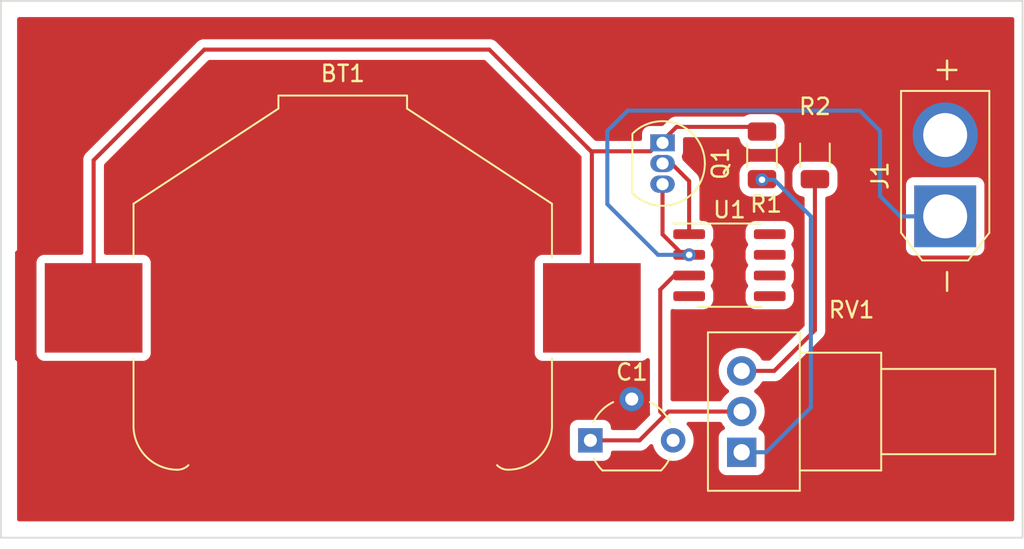
<source format=kicad_pcb>
(kicad_pcb (version 20211014) (generator pcbnew)
  (layers (0 "F.Cu" signal) (31 "B.Cu" signal) (34 "B.Paste" user) (35 "F.Paste" user) (36 "B.SilkS" user "B.Silkscreen") (37 "F.SilkS" user "F.Silkscreen") (38 "B.Mask" user) (39 "F.Mask" user) (44 "Edge.Cuts" user))
  (net 0 "")
  (net 1 "Net-(BT1-Pad1)")
  (net 2 "GND")
  (net 3 "Net-(C1-Pad1)")
  (net 4 "Net-(J1-Pad1)")
  (net 5 "Net-(Q1-Pad2)")
  (net 6 "Net-(R1-Pad2)")
  (net 7 "Net-(R2-Pad1)")
  (footprint "Battery:BatteryHolder_Keystone_3008_1x2450" (layer "F.Cu") (at 144.25 80.125)
    (fp_text reference "BT1" (at 0 -14.4) (layer "F.SilkS"))
    (fp_text value "9V")
    (fp_line (start 3.95 -13.05) (end 3.95 -12.25) (layer "F.SilkS") (width 0.12))
    (fp_line (start 12.85 3.1) (end 12.85 7.3) (layer "F.SilkS") (width 0.12))
    (fp_line (start -3.95 -13.05) (end -3.95 -12.25) (layer "F.SilkS") (width 0.12))
    (fp_line (start 3.95 -12.25) (end 12.85 -6.4) (layer "F.SilkS") (width 0.12))
    (fp_line (start -12.85 3.1) (end -12.85 7.3) (layer "F.SilkS") (width 0.12))
    (fp_line (start -3.95 -12.25) (end -12.85 -6.4) (layer "F.SilkS") (width 0.12))
    (fp_line (start -3.95 -13.05) (end 3.95 -13.05) (layer "F.SilkS") (width 0.12))
    (fp_line (start 12.85 -6.4) (end 12.85 -3.1) (layer "F.SilkS") (width 0.12))
    (fp_line (start -12.85 -6.4) (end -12.85 -3.1) (layer "F.SilkS") (width 0.12))
    (fp_arc (start -10.15 9.95) (mid -12.059188 9.159188) (end -12.85 7.25) (layer "F.SilkS") (width 0.12))
    (fp_arc (start 10.15 9.95) (mid 9.786451 9.877686) (end 9.478249 9.671751) (layer "F.SilkS") (width 0.12))
    (fp_arc (start -9.478249 9.671751) (mid -9.786451 9.877685) (end -10.15 9.95) (layer "F.SilkS") (width 0.12))
    (fp_arc (start 12.85 7.25) (mid 12.059188 9.159188) (end 10.15 9.95) (layer "F.SilkS") (width 0.12))
    (pad "1" smd rect (at -15.3 0) (size 6 5.5) (layers "F.Cu" "F.Paste" "F.Mask") (net 1 "Net-(BT1-Pad1)"))
    (pad "1" smd rect (at 15.3 0) (size 6 5.5) (layers "F.Cu" "F.Paste" "F.Mask") (net 1 "Net-(BT1-Pad1)"))
    (pad "2" smd circle (at 0 0) (size 20 20) (layers "F.Cu" "F.Mask") (net 2 "GND"))
  )
  (footprint "Connector_AMASS:AMASS_XT30U-F_1x02_P5.0mm_Vertical" (layer "F.Cu") (at 181.25 74.5 90)
    (fp_text reference "J1" (at 2.5 -4 90) (layer "F.SilkS"))
    (fp_text value "klemens")
    (fp_text user "+" (at 9 0 90) (layer "F.SilkS") (effects (font (size 1.5 1.5))))
    (fp_text user "-" (at -4 0 90) (layer "F.SilkS") (effects (font (size 1.5 1.5))))
    (fp_line (start -1.01 2.71) (end 7.71 2.71) (layer "F.SilkS") (width 0.12))
    (fp_line (start -2.71 -1.41) (end -1.01 -2.71) (layer "F.SilkS") (width 0.12))
    (fp_line (start -2.71 1.41) (end -1.01 2.71) (layer "F.SilkS") (width 0.12))
    (fp_line (start -1.01 -2.71) (end 7.71 -2.71) (layer "F.SilkS") (width 0.12))
    (fp_line (start -2.71 -1.41) (end -2.71 1.41) (layer "F.SilkS") (width 0.12))
    (fp_line (start 7.71 -2.71) (end 7.71 2.71) (layer "F.SilkS") (width 0.12))
    (pad "1" thru_hole rect (at 0 0 90) (size 3.8 3.8) (drill 2.7) (layers *.Cu *.Mask) (net 4 "Net-(J1-Pad1)"))
    (pad "2" thru_hole circle (at 5 0 90) (size 4 4) (drill 2.7) (layers *.Cu *.Mask) (net 2 "GND"))
  )
  (footprint "Package_SO:SOIC-8_3.9x4.9mm_P1.27mm" (layer "F.Cu") (at 168 77.5)
    (fp_text reference "U1" (at 0 -3.4) (layer "F.SilkS"))
    (fp_text value "LM358")
    (fp_line (start 0 2.56) (end 1.95 2.56) (layer "F.SilkS") (width 0.12))
    (fp_line (start 0 -2.56) (end -3.45 -2.56) (layer "F.SilkS") (width 0.12))
    (fp_line (start 0 -2.56) (end 1.95 -2.56) (layer "F.SilkS") (width 0.12))
    (fp_line (start 0 2.56) (end -1.95 2.56) (layer "F.SilkS") (width 0.12))
    (pad "1" smd roundrect (at -2.475 -1.905) (size 1.95 0.6) (layers "F.Cu" "F.Paste" "F.Mask") (net 5 "Net-(Q1-Pad2)"))
    (pad "2" smd roundrect (at -2.475 -0.635) (size 1.95 0.6) (layers "F.Cu" "F.Paste" "F.Mask") (net 4 "Net-(J1-Pad1)"))
    (pad "3" smd roundrect (at -2.475 0.635) (size 1.95 0.6) (layers "F.Cu" "F.Paste" "F.Mask") (net 3 "Net-(C1-Pad1)"))
    (pad "4" smd roundrect (at -2.475 1.905) (size 1.95 0.6) (layers "F.Cu" "F.Paste" "F.Mask"))
    (pad "5" smd roundrect (at 2.475 1.905) (size 1.95 0.6) (layers "F.Cu" "F.Paste" "F.Mask"))
    (pad "6" smd roundrect (at 2.475 0.635) (size 1.95 0.6) (layers "F.Cu" "F.Paste" "F.Mask"))
    (pad "7" smd roundrect (at 2.475 -0.635) (size 1.95 0.6) (layers "F.Cu" "F.Paste" "F.Mask"))
    (pad "8" smd roundrect (at 2.475 -1.905) (size 1.95 0.6) (layers "F.Cu" "F.Paste" "F.Mask"))
  )
  (footprint "Potentiometer_THT:Potentiometer_Alps_RK09Y11_Single_Horizontal" (layer "F.Cu") (at 168.75 89 180)
    (fp_text reference "RV1" (at -6.75 8.75) (layer "F.SilkS"))
    (fp_text value "10K")
    (fp_line (start -8.57 6.12) (end -8.57 -1.12) (layer "F.SilkS") (width 0.12))
    (fp_line (start -3.57 -1.12) (end -8.57 -1.12) (layer "F.SilkS") (width 0.12))
    (fp_line (start 2.071 -2.37) (end -3.57 -2.37) (layer "F.SilkS") (width 0.12))
    (fp_line (start 2.071 7.37) (end 2.071 -2.37) (layer "F.SilkS") (width 0.12))
    (fp_line (start -8.57 5.12) (end -15.57 5.12) (layer "F.SilkS") (width 0.12))
    (fp_line (start -15.57 5.12) (end -15.57 -0.12) (layer "F.SilkS") (width 0.12))
    (fp_line (start -3.57 6.12) (end -8.57 6.12) (layer "F.SilkS") (width 0.12))
    (fp_line (start -3.57 7.37) (end -3.57 -2.37) (layer "F.SilkS") (width 0.12))
    (fp_line (start 2.071 7.37) (end -3.57 7.37) (layer "F.SilkS") (width 0.12))
    (fp_line (start -8.57 -0.12) (end -15.57 -0.12) (layer "F.SilkS") (width 0.12))
    (pad "1" thru_hole rect (at 0 0) (size 1.8 1.8) (drill 1) (layers *.Cu *.Mask) (net 6 "Net-(R1-Pad2)"))
    (pad "2" thru_hole circle (at 0 2.5) (size 1.8 1.8) (drill 1) (layers *.Cu *.Mask) (net 3 "Net-(C1-Pad1)"))
    (pad "3" thru_hole circle (at 0 5) (size 1.8 1.8) (drill 1) (layers *.Cu *.Mask) (net 7 "Net-(R2-Pad1)"))
  )
  (footprint "Package_TO_SOT_THT:TO-92_Inline" (layer "F.Cu") (at 163.89 69.98 -90)
    (fp_text reference "Q1" (at 1.27 -3.56 90) (layer "F.SilkS"))
    (fp_text value "BC547")
    (fp_line (start -0.53 1.85) (end 3.07 1.85) (layer "F.SilkS") (width 0.12))
    (fp_arc (start -0.568478 1.838478) (mid -1.132087 -0.994977) (end 1.27 -2.6) (layer "F.SilkS") (width 0.12))
    (fp_arc (start 1.27 -2.6) (mid 3.672087 -0.994977) (end 3.108478 1.838478) (layer "F.SilkS") (width 0.12))
    (pad "1" thru_hole rect (at 0 0 270) (size 1.05 1.5) (drill 0.75) (layers *.Cu *.Mask) (net 1 "Net-(BT1-Pad1)"))
    (pad "2" thru_hole oval (at 1.27 0 270) (size 1.05 1.5) (drill 0.75) (layers *.Cu *.Mask) (net 5 "Net-(Q1-Pad2)"))
    (pad "3" thru_hole oval (at 2.54 0 270) (size 1.05 1.5) (drill 0.75) (layers *.Cu *.Mask) (net 4 "Net-(J1-Pad1)"))
  )
  (footprint "Package_TO_SOT_THT:TO-92_Wide" (layer "F.Cu") (at 159.46 88.27)
    (fp_text reference "C1" (at 2.55 -4.19) (layer "F.SilkS"))
    (fp_text value "100nF")
    (fp_line (start 0.74 1.85) (end 4.34 1.85) (layer "F.SilkS") (width 0.12))
    (fp_arc (start 0.74 1.85) (mid 0.446097 1.509328) (end 0.215816 1.122795) (layer "F.SilkS") (width 0.12))
    (fp_arc (start 3.65 -2.35) (mid 4.382279 -1.833196) (end 4.895458 -1.098371) (layer "F.SilkS") (width 0.12))
    (fp_arc (start 4.864184 1.122795) (mid 4.633903 1.509328) (end 4.34 1.85) (layer "F.SilkS") (width 0.12))
    (fp_arc (start 0.172801 -1.103842) (mid 0.678995 -1.832692) (end 1.4 -2.35) (layer "F.SilkS") (width 0.12))
    (pad "1" thru_hole rect (at 0 0) (size 1.5 1.5) (drill 0.8) (layers *.Cu *.Mask) (net 3 "Net-(C1-Pad1)"))
    (pad "2" thru_hole circle (at 2.54 -2.54) (size 1.5 1.5) (drill 0.8) (layers *.Cu *.Mask) (net 2 "GND"))
    (pad "3" thru_hole circle (at 5.08 0) (size 1.5 1.5) (drill 0.8) (layers *.Cu *.Mask))
  )
  (footprint "Resistor_SMD:R_1206_3216Metric" (layer "F.Cu") (at 170 70.75 -90)
    (fp_text reference "R1" (at 3 -0.25 180) (layer "F.SilkS"))
    (fp_text value "100R")
    (fp_line (start -0.727064 0.91) (end 0.727064 0.91) (layer "F.SilkS") (width 0.12))
    (fp_line (start -0.727064 -0.91) (end 0.727064 -0.91) (layer "F.SilkS") (width 0.12))
    (pad "1" smd roundrect (at -1.4625 0 270) (size 1.125 1.75) (layers "F.Cu" "F.Paste" "F.Mask") (roundrect_rratio 0.2222222222) (net 1 "Net-(BT1-Pad1)"))
    (pad "2" smd roundrect (at 1.4625 0 270) (size 1.125 1.75) (layers "F.Cu" "F.Paste" "F.Mask") (roundrect_rratio 0.2222222222) (net 6 "Net-(R1-Pad2)"))
  )
  (footprint "Resistor_SMD:R_1206_3216Metric" (layer "F.Cu") (at 173.25 70.75 90)
    (fp_text reference "R2" (at 3 0 180) (layer "F.SilkS"))
    (fp_text value "100R")
    (fp_line (start -0.727064 0.91) (end 0.727064 0.91) (layer "F.SilkS") (width 0.12))
    (fp_line (start -0.727064 -0.91) (end 0.727064 -0.91) (layer "F.SilkS") (width 0.12))
    (pad "1" smd roundrect (at -1.4625 0 90) (size 1.125 1.75) (layers "F.Cu" "F.Paste" "F.Mask") (roundrect_rratio 0.2222222222) (net 7 "Net-(R2-Pad1)"))
    (pad "2" smd roundrect (at 1.4625 0 90) (size 1.125 1.75) (layers "F.Cu" "F.Paste" "F.Mask") (roundrect_rratio 0.2222222222) (net 2 "GND"))
  )
  (gr_rect (start 123.25 61.25) (end 186 94.25) (layer "Edge.Cuts") (width 0.1) (fill none))
  (segment (start 170 69.2875) (end 169.7125 69) (width 0.25) (layer "F.Cu") (net 1))
  (segment (start 153.25 64.25) (end 159.25 70.25) (width 0.25) (layer "F.Cu") (net 1))
  (segment (start 169.7125 69) (end 164.75 69) (width 0.25) (layer "F.Cu") (net 1))
  (segment (start 135.75 64.25) (end 153.25 64.25) (width 0.25) (layer "F.Cu") (net 1))
  (segment (start 128.95 80.125) (end 128.95 71.05) (width 0.25) (layer "F.Cu") (net 1))
  (segment (start 163.665 69.98) (end 163.145 70.5) (width 0.25) (layer "F.Cu") (net 1))
  (segment (start 163.89 69.86) (end 163.89 69.98) (width 0.25) (layer "F.Cu") (net 1))
  (segment (start 159.55 80.125) (end 159.55 70.55) (width 0.25) (layer "F.Cu") (net 1))
  (segment (start 159.5 70.5) (end 159.25 70.25) (width 0.25) (layer "F.Cu") (net 1))
  (segment (start 164.75 69) (end 163.89 69.86) (width 0.25) (layer "F.Cu") (net 1))
  (segment (start 163.145 70.5) (end 159.5 70.5) (width 0.25) (layer "F.Cu") (net 1))
  (segment (start 159.55 70.55) (end 159.25 70.25) (width 0.25) (layer "F.Cu") (net 1))
  (segment (start 163.89 69.98) (end 163.665 69.98) (width 0.25) (layer "F.Cu") (net 1))
  (segment (start 128.95 71.05) (end 135.75 64.25) (width 0.25) (layer "F.Cu") (net 1))
  (segment (start 154 62.5) (end 134.75 62.5) (width 0.25) (layer "F.Cu") (net 2))
  (segment (start 125.75 84.75) (end 139.625 84.75) (width 0.25) (layer "F.Cu") (net 2))
  (segment (start 158.75 67.25) (end 154 62.5) (width 0.25) (layer "F.Cu") (net 2))
  (segment (start 139.625 84.75) (end 144.25 80.125) (width 0.25) (layer "F.Cu") (net 2))
  (segment (start 125 76) (end 124.25 76.75) (width 0.25) (layer "F.Cu") (net 2))
  (segment (start 173.4625 69.5) (end 181.25 69.5) (width 0.25) (layer "F.Cu") (net 2))
  (segment (start 162 85.73) (end 149.855 85.73) (width 0.25) (layer "F.Cu") (net 2))
  (segment (start 126.75 76) (end 125 76) (width 0.25) (layer "F.Cu") (net 2))
  (segment (start 171.2125 67.25) (end 158.75 67.25) (width 0.25) (layer "F.Cu") (net 2))
  (segment (start 134.75 62.5) (end 127.5 69.75) (width 0.25) (layer "F.Cu") (net 2))
  (segment (start 127.5 69.75) (end 127.5 75.25) (width 0.25) (layer "F.Cu") (net 2))
  (segment (start 149.855 85.73) (end 144.25 80.125) (width 0.25) (layer "F.Cu") (net 2))
  (segment (start 127.5 75.25) (end 126.75 76) (width 0.25) (layer "F.Cu") (net 2))
  (segment (start 124.25 76.75) (end 124.25 83.25) (width 0.25) (layer "F.Cu") (net 2))
  (segment (start 173.25 69.2875) (end 171.2125 67.25) (width 0.25) (layer "F.Cu") (net 2))
  (segment (start 124.25 83.25) (end 125.75 84.75) (width 0.25) (layer "F.Cu") (net 2))
  (segment (start 173.25 69.2875) (end 173.4625 69.5) (width 0.25) (layer "F.Cu") (net 2))
  (segment (start 164.25 86.5) (end 168.75 86.5) (width 0.25) (layer "F.Cu") (net 3))
  (segment (start 163.75 79) (end 163.75 86.5) (width 0.25) (layer "F.Cu") (net 3))
  (segment (start 165.525 78.135) (end 164.615 78.135) (width 0.25) (layer "F.Cu") (net 3))
  (segment (start 164.615 78.135) (end 163.75 79) (width 0.25) (layer "F.Cu") (net 3))
  (segment (start 162.48 88.27) (end 164 86.75) (width 0.25) (layer "F.Cu") (net 3))
  (segment (start 159.46 88.27) (end 162.48 88.27) (width 0.25) (layer "F.Cu") (net 3))
  (segment (start 163.75 86.5) (end 164 86.75) (width 0.25) (layer "F.Cu") (net 3))
  (segment (start 164 86.75) (end 164.25 86.5) (width 0.25) (layer "F.Cu") (net 3))
  (segment (start 163.89 72.52) (end 163.89 75.606751) (width 0.25) (layer "F.Cu") (net 4))
  (segment (start 165.148249 76.865) (end 165.525 76.865) (width 0.25) (layer "F.Cu") (net 4))
  (segment (start 163.89 75.606751) (end 165.148249 76.865) (width 0.25) (layer "F.Cu") (net 4))
  (via (at 165.525 76.865) (size 0.8) (drill 0.4) (layers "F.Cu" "B.Cu") (net 4))
  (segment (start 178.5 74.5) (end 181.25 74.5) (width 0.25) (layer "B.Cu") (net 4))
  (segment (start 177.25 69.25) (end 177.25 73.25) (width 0.25) (layer "B.Cu") (net 4))
  (segment (start 163.615 76.865) (end 160.5 73.75) (width 0.25) (layer "B.Cu") (net 4))
  (segment (start 160.5 69.25) (end 161.75 68) (width 0.25) (layer "B.Cu") (net 4))
  (segment (start 160.5 73.75) (end 160.5 69.25) (width 0.25) (layer "B.Cu") (net 4))
  (segment (start 177.25 73.25) (end 178.5 74.5) (width 0.25) (layer "B.Cu") (net 4))
  (segment (start 176 68) (end 177.25 69.25) (width 0.25) (layer "B.Cu") (net 4))
  (segment (start 165.525 76.865) (end 163.615 76.865) (width 0.25) (layer "B.Cu") (net 4))
  (segment (start 161.75 68) (end 176 68) (width 0.25) (layer "B.Cu") (net 4))
  (segment (start 165.525 72.335) (end 165.525 75.595) (width 0.25) (layer "F.Cu") (net 5))
  (segment (start 164.44 71.25) (end 165.525 72.335) (width 0.25) (layer "F.Cu") (net 5))
  (segment (start 163.89 71.25) (end 164.44 71.25) (width 0.25) (layer "F.Cu") (net 5))
  (via (at 170 72.25) (size 0.8) (drill 0.4) (layers "F.Cu" "B.Cu") (net 6))
  (segment (start 170.25 89) (end 168.75 89) (width 0.25) (layer "B.Cu") (net 6))
  (segment (start 173 86.25) (end 170.25 89) (width 0.25) (layer "B.Cu") (net 6))
  (segment (start 170.75 72.25) (end 173 74.5) (width 0.25) (layer "B.Cu") (net 6))
  (segment (start 173 74.5) (end 173 86.25) (width 0.25) (layer "B.Cu") (net 6))
  (segment (start 170 72.25) (end 170.75 72.25) (width 0.25) (layer "B.Cu") (net 6))
  (segment (start 170.75 84) (end 168.75 84) (width 0.25) (layer "F.Cu") (net 7))
  (segment (start 173.25 72.2125) (end 173.25 81.5) (width 0.25) (layer "F.Cu") (net 7))
  (segment (start 173.25 81.5) (end 170.75 84) (width 0.25) (layer "F.Cu") (net 7))
  (zone (net 2) (net_name "GND") (layer "F.Cu") (connect_pads yes (clearance 0.508)) (min_thickness 0.254) (fill yes (thermal_gap 0.508) (thermal_bridge_width 0.508))
    (polygon (pts (xy 185.5 93.25) (xy 124.25 93.25) (xy 124.25 62.25) (xy 185.5 62.25)))
  )
)
</source>
